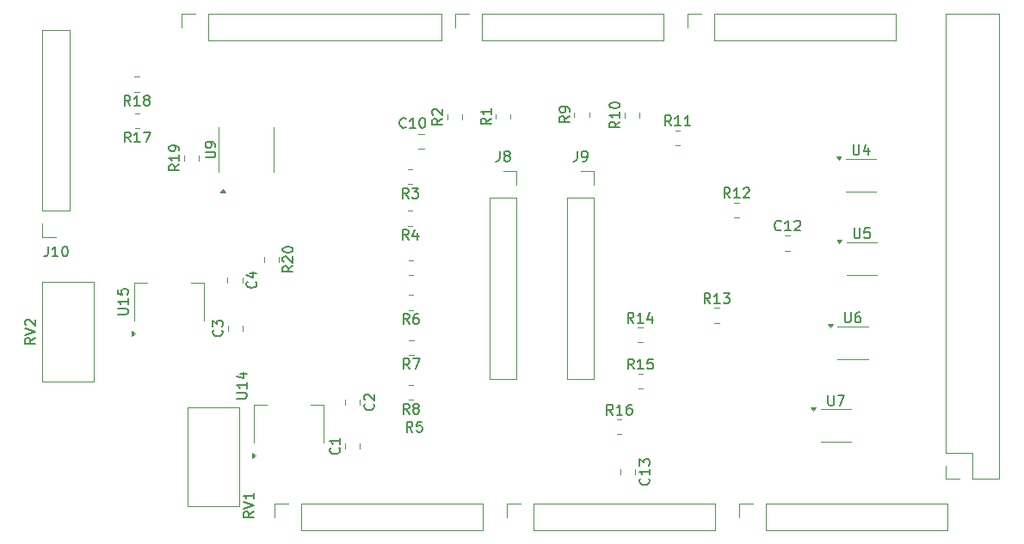
<source format=gbr>
%TF.GenerationSoftware,KiCad,Pcbnew,8.0.8*%
%TF.CreationDate,2025-07-24T20:19:30+03:00*%
%TF.ProjectId,memristor_shield,6d656d72-6973-4746-9f72-5f736869656c,rev?*%
%TF.SameCoordinates,Original*%
%TF.FileFunction,Legend,Top*%
%TF.FilePolarity,Positive*%
%FSLAX46Y46*%
G04 Gerber Fmt 4.6, Leading zero omitted, Abs format (unit mm)*
G04 Created by KiCad (PCBNEW 8.0.8) date 2025-07-24 20:19:30*
%MOMM*%
%LPD*%
G01*
G04 APERTURE LIST*
%ADD10C,0.150000*%
%ADD11C,0.120000*%
G04 APERTURE END LIST*
D10*
X163379580Y-93672857D02*
X163427200Y-93720476D01*
X163427200Y-93720476D02*
X163474819Y-93863333D01*
X163474819Y-93863333D02*
X163474819Y-93958571D01*
X163474819Y-93958571D02*
X163427200Y-94101428D01*
X163427200Y-94101428D02*
X163331961Y-94196666D01*
X163331961Y-94196666D02*
X163236723Y-94244285D01*
X163236723Y-94244285D02*
X163046247Y-94291904D01*
X163046247Y-94291904D02*
X162903390Y-94291904D01*
X162903390Y-94291904D02*
X162712914Y-94244285D01*
X162712914Y-94244285D02*
X162617676Y-94196666D01*
X162617676Y-94196666D02*
X162522438Y-94101428D01*
X162522438Y-94101428D02*
X162474819Y-93958571D01*
X162474819Y-93958571D02*
X162474819Y-93863333D01*
X162474819Y-93863333D02*
X162522438Y-93720476D01*
X162522438Y-93720476D02*
X162570057Y-93672857D01*
X163474819Y-92720476D02*
X163474819Y-93291904D01*
X163474819Y-93006190D02*
X162474819Y-93006190D01*
X162474819Y-93006190D02*
X162617676Y-93101428D01*
X162617676Y-93101428D02*
X162712914Y-93196666D01*
X162712914Y-93196666D02*
X162760533Y-93291904D01*
X162474819Y-92387142D02*
X162474819Y-91768095D01*
X162474819Y-91768095D02*
X162855771Y-92101428D01*
X162855771Y-92101428D02*
X162855771Y-91958571D01*
X162855771Y-91958571D02*
X162903390Y-91863333D01*
X162903390Y-91863333D02*
X162951009Y-91815714D01*
X162951009Y-91815714D02*
X163046247Y-91768095D01*
X163046247Y-91768095D02*
X163284342Y-91768095D01*
X163284342Y-91768095D02*
X163379580Y-91815714D01*
X163379580Y-91815714D02*
X163427200Y-91863333D01*
X163427200Y-91863333D02*
X163474819Y-91958571D01*
X163474819Y-91958571D02*
X163474819Y-92244285D01*
X163474819Y-92244285D02*
X163427200Y-92339523D01*
X163427200Y-92339523D02*
X163379580Y-92387142D01*
X148726666Y-61424819D02*
X148726666Y-62139104D01*
X148726666Y-62139104D02*
X148679047Y-62281961D01*
X148679047Y-62281961D02*
X148583809Y-62377200D01*
X148583809Y-62377200D02*
X148440952Y-62424819D01*
X148440952Y-62424819D02*
X148345714Y-62424819D01*
X149345714Y-61853390D02*
X149250476Y-61805771D01*
X149250476Y-61805771D02*
X149202857Y-61758152D01*
X149202857Y-61758152D02*
X149155238Y-61662914D01*
X149155238Y-61662914D02*
X149155238Y-61615295D01*
X149155238Y-61615295D02*
X149202857Y-61520057D01*
X149202857Y-61520057D02*
X149250476Y-61472438D01*
X149250476Y-61472438D02*
X149345714Y-61424819D01*
X149345714Y-61424819D02*
X149536190Y-61424819D01*
X149536190Y-61424819D02*
X149631428Y-61472438D01*
X149631428Y-61472438D02*
X149679047Y-61520057D01*
X149679047Y-61520057D02*
X149726666Y-61615295D01*
X149726666Y-61615295D02*
X149726666Y-61662914D01*
X149726666Y-61662914D02*
X149679047Y-61758152D01*
X149679047Y-61758152D02*
X149631428Y-61805771D01*
X149631428Y-61805771D02*
X149536190Y-61853390D01*
X149536190Y-61853390D02*
X149345714Y-61853390D01*
X149345714Y-61853390D02*
X149250476Y-61901009D01*
X149250476Y-61901009D02*
X149202857Y-61948628D01*
X149202857Y-61948628D02*
X149155238Y-62043866D01*
X149155238Y-62043866D02*
X149155238Y-62234342D01*
X149155238Y-62234342D02*
X149202857Y-62329580D01*
X149202857Y-62329580D02*
X149250476Y-62377200D01*
X149250476Y-62377200D02*
X149345714Y-62424819D01*
X149345714Y-62424819D02*
X149536190Y-62424819D01*
X149536190Y-62424819D02*
X149631428Y-62377200D01*
X149631428Y-62377200D02*
X149679047Y-62329580D01*
X149679047Y-62329580D02*
X149726666Y-62234342D01*
X149726666Y-62234342D02*
X149726666Y-62043866D01*
X149726666Y-62043866D02*
X149679047Y-61948628D01*
X149679047Y-61948628D02*
X149631428Y-61901009D01*
X149631428Y-61901009D02*
X149536190Y-61853390D01*
X140153333Y-89084819D02*
X139820000Y-88608628D01*
X139581905Y-89084819D02*
X139581905Y-88084819D01*
X139581905Y-88084819D02*
X139962857Y-88084819D01*
X139962857Y-88084819D02*
X140058095Y-88132438D01*
X140058095Y-88132438D02*
X140105714Y-88180057D01*
X140105714Y-88180057D02*
X140153333Y-88275295D01*
X140153333Y-88275295D02*
X140153333Y-88418152D01*
X140153333Y-88418152D02*
X140105714Y-88513390D01*
X140105714Y-88513390D02*
X140058095Y-88561009D01*
X140058095Y-88561009D02*
X139962857Y-88608628D01*
X139962857Y-88608628D02*
X139581905Y-88608628D01*
X141058095Y-88084819D02*
X140581905Y-88084819D01*
X140581905Y-88084819D02*
X140534286Y-88561009D01*
X140534286Y-88561009D02*
X140581905Y-88513390D01*
X140581905Y-88513390D02*
X140677143Y-88465771D01*
X140677143Y-88465771D02*
X140915238Y-88465771D01*
X140915238Y-88465771D02*
X141010476Y-88513390D01*
X141010476Y-88513390D02*
X141058095Y-88561009D01*
X141058095Y-88561009D02*
X141105714Y-88656247D01*
X141105714Y-88656247D02*
X141105714Y-88894342D01*
X141105714Y-88894342D02*
X141058095Y-88989580D01*
X141058095Y-88989580D02*
X141010476Y-89037200D01*
X141010476Y-89037200D02*
X140915238Y-89084819D01*
X140915238Y-89084819D02*
X140677143Y-89084819D01*
X140677143Y-89084819D02*
X140581905Y-89037200D01*
X140581905Y-89037200D02*
X140534286Y-88989580D01*
X117194819Y-62742857D02*
X116718628Y-63076190D01*
X117194819Y-63314285D02*
X116194819Y-63314285D01*
X116194819Y-63314285D02*
X116194819Y-62933333D01*
X116194819Y-62933333D02*
X116242438Y-62838095D01*
X116242438Y-62838095D02*
X116290057Y-62790476D01*
X116290057Y-62790476D02*
X116385295Y-62742857D01*
X116385295Y-62742857D02*
X116528152Y-62742857D01*
X116528152Y-62742857D02*
X116623390Y-62790476D01*
X116623390Y-62790476D02*
X116671009Y-62838095D01*
X116671009Y-62838095D02*
X116718628Y-62933333D01*
X116718628Y-62933333D02*
X116718628Y-63314285D01*
X117194819Y-61790476D02*
X117194819Y-62361904D01*
X117194819Y-62076190D02*
X116194819Y-62076190D01*
X116194819Y-62076190D02*
X116337676Y-62171428D01*
X116337676Y-62171428D02*
X116432914Y-62266666D01*
X116432914Y-62266666D02*
X116480533Y-62361904D01*
X117194819Y-61314285D02*
X117194819Y-61123809D01*
X117194819Y-61123809D02*
X117147200Y-61028571D01*
X117147200Y-61028571D02*
X117099580Y-60980952D01*
X117099580Y-60980952D02*
X116956723Y-60885714D01*
X116956723Y-60885714D02*
X116766247Y-60838095D01*
X116766247Y-60838095D02*
X116385295Y-60838095D01*
X116385295Y-60838095D02*
X116290057Y-60885714D01*
X116290057Y-60885714D02*
X116242438Y-60933333D01*
X116242438Y-60933333D02*
X116194819Y-61028571D01*
X116194819Y-61028571D02*
X116194819Y-61219047D01*
X116194819Y-61219047D02*
X116242438Y-61314285D01*
X116242438Y-61314285D02*
X116290057Y-61361904D01*
X116290057Y-61361904D02*
X116385295Y-61409523D01*
X116385295Y-61409523D02*
X116623390Y-61409523D01*
X116623390Y-61409523D02*
X116718628Y-61361904D01*
X116718628Y-61361904D02*
X116766247Y-61314285D01*
X116766247Y-61314285D02*
X116813866Y-61219047D01*
X116813866Y-61219047D02*
X116813866Y-61028571D01*
X116813866Y-61028571D02*
X116766247Y-60933333D01*
X116766247Y-60933333D02*
X116718628Y-60885714D01*
X116718628Y-60885714D02*
X116623390Y-60838095D01*
X112397142Y-60544819D02*
X112063809Y-60068628D01*
X111825714Y-60544819D02*
X111825714Y-59544819D01*
X111825714Y-59544819D02*
X112206666Y-59544819D01*
X112206666Y-59544819D02*
X112301904Y-59592438D01*
X112301904Y-59592438D02*
X112349523Y-59640057D01*
X112349523Y-59640057D02*
X112397142Y-59735295D01*
X112397142Y-59735295D02*
X112397142Y-59878152D01*
X112397142Y-59878152D02*
X112349523Y-59973390D01*
X112349523Y-59973390D02*
X112301904Y-60021009D01*
X112301904Y-60021009D02*
X112206666Y-60068628D01*
X112206666Y-60068628D02*
X111825714Y-60068628D01*
X113349523Y-60544819D02*
X112778095Y-60544819D01*
X113063809Y-60544819D02*
X113063809Y-59544819D01*
X113063809Y-59544819D02*
X112968571Y-59687676D01*
X112968571Y-59687676D02*
X112873333Y-59782914D01*
X112873333Y-59782914D02*
X112778095Y-59830533D01*
X113682857Y-59544819D02*
X114349523Y-59544819D01*
X114349523Y-59544819D02*
X113920952Y-60544819D01*
X139823333Y-78454819D02*
X139490000Y-77978628D01*
X139251905Y-78454819D02*
X139251905Y-77454819D01*
X139251905Y-77454819D02*
X139632857Y-77454819D01*
X139632857Y-77454819D02*
X139728095Y-77502438D01*
X139728095Y-77502438D02*
X139775714Y-77550057D01*
X139775714Y-77550057D02*
X139823333Y-77645295D01*
X139823333Y-77645295D02*
X139823333Y-77788152D01*
X139823333Y-77788152D02*
X139775714Y-77883390D01*
X139775714Y-77883390D02*
X139728095Y-77931009D01*
X139728095Y-77931009D02*
X139632857Y-77978628D01*
X139632857Y-77978628D02*
X139251905Y-77978628D01*
X140680476Y-77454819D02*
X140490000Y-77454819D01*
X140490000Y-77454819D02*
X140394762Y-77502438D01*
X140394762Y-77502438D02*
X140347143Y-77550057D01*
X140347143Y-77550057D02*
X140251905Y-77692914D01*
X140251905Y-77692914D02*
X140204286Y-77883390D01*
X140204286Y-77883390D02*
X140204286Y-78264342D01*
X140204286Y-78264342D02*
X140251905Y-78359580D01*
X140251905Y-78359580D02*
X140299524Y-78407200D01*
X140299524Y-78407200D02*
X140394762Y-78454819D01*
X140394762Y-78454819D02*
X140585238Y-78454819D01*
X140585238Y-78454819D02*
X140680476Y-78407200D01*
X140680476Y-78407200D02*
X140728095Y-78359580D01*
X140728095Y-78359580D02*
X140775714Y-78264342D01*
X140775714Y-78264342D02*
X140775714Y-78026247D01*
X140775714Y-78026247D02*
X140728095Y-77931009D01*
X140728095Y-77931009D02*
X140680476Y-77883390D01*
X140680476Y-77883390D02*
X140585238Y-77835771D01*
X140585238Y-77835771D02*
X140394762Y-77835771D01*
X140394762Y-77835771D02*
X140299524Y-77883390D01*
X140299524Y-77883390D02*
X140251905Y-77931009D01*
X140251905Y-77931009D02*
X140204286Y-78026247D01*
X161927142Y-82884819D02*
X161593809Y-82408628D01*
X161355714Y-82884819D02*
X161355714Y-81884819D01*
X161355714Y-81884819D02*
X161736666Y-81884819D01*
X161736666Y-81884819D02*
X161831904Y-81932438D01*
X161831904Y-81932438D02*
X161879523Y-81980057D01*
X161879523Y-81980057D02*
X161927142Y-82075295D01*
X161927142Y-82075295D02*
X161927142Y-82218152D01*
X161927142Y-82218152D02*
X161879523Y-82313390D01*
X161879523Y-82313390D02*
X161831904Y-82361009D01*
X161831904Y-82361009D02*
X161736666Y-82408628D01*
X161736666Y-82408628D02*
X161355714Y-82408628D01*
X162879523Y-82884819D02*
X162308095Y-82884819D01*
X162593809Y-82884819D02*
X162593809Y-81884819D01*
X162593809Y-81884819D02*
X162498571Y-82027676D01*
X162498571Y-82027676D02*
X162403333Y-82122914D01*
X162403333Y-82122914D02*
X162308095Y-82170533D01*
X163784285Y-81884819D02*
X163308095Y-81884819D01*
X163308095Y-81884819D02*
X163260476Y-82361009D01*
X163260476Y-82361009D02*
X163308095Y-82313390D01*
X163308095Y-82313390D02*
X163403333Y-82265771D01*
X163403333Y-82265771D02*
X163641428Y-82265771D01*
X163641428Y-82265771D02*
X163736666Y-82313390D01*
X163736666Y-82313390D02*
X163784285Y-82361009D01*
X163784285Y-82361009D02*
X163831904Y-82456247D01*
X163831904Y-82456247D02*
X163831904Y-82694342D01*
X163831904Y-82694342D02*
X163784285Y-82789580D01*
X163784285Y-82789580D02*
X163736666Y-82837200D01*
X163736666Y-82837200D02*
X163641428Y-82884819D01*
X163641428Y-82884819D02*
X163403333Y-82884819D01*
X163403333Y-82884819D02*
X163308095Y-82837200D01*
X163308095Y-82837200D02*
X163260476Y-82789580D01*
X183598095Y-69004819D02*
X183598095Y-69814342D01*
X183598095Y-69814342D02*
X183645714Y-69909580D01*
X183645714Y-69909580D02*
X183693333Y-69957200D01*
X183693333Y-69957200D02*
X183788571Y-70004819D01*
X183788571Y-70004819D02*
X183979047Y-70004819D01*
X183979047Y-70004819D02*
X184074285Y-69957200D01*
X184074285Y-69957200D02*
X184121904Y-69909580D01*
X184121904Y-69909580D02*
X184169523Y-69814342D01*
X184169523Y-69814342D02*
X184169523Y-69004819D01*
X185121904Y-69004819D02*
X184645714Y-69004819D01*
X184645714Y-69004819D02*
X184598095Y-69481009D01*
X184598095Y-69481009D02*
X184645714Y-69433390D01*
X184645714Y-69433390D02*
X184740952Y-69385771D01*
X184740952Y-69385771D02*
X184979047Y-69385771D01*
X184979047Y-69385771D02*
X185074285Y-69433390D01*
X185074285Y-69433390D02*
X185121904Y-69481009D01*
X185121904Y-69481009D02*
X185169523Y-69576247D01*
X185169523Y-69576247D02*
X185169523Y-69814342D01*
X185169523Y-69814342D02*
X185121904Y-69909580D01*
X185121904Y-69909580D02*
X185074285Y-69957200D01*
X185074285Y-69957200D02*
X184979047Y-70004819D01*
X184979047Y-70004819D02*
X184740952Y-70004819D01*
X184740952Y-70004819D02*
X184645714Y-69957200D01*
X184645714Y-69957200D02*
X184598095Y-69909580D01*
X136279580Y-86306666D02*
X136327200Y-86354285D01*
X136327200Y-86354285D02*
X136374819Y-86497142D01*
X136374819Y-86497142D02*
X136374819Y-86592380D01*
X136374819Y-86592380D02*
X136327200Y-86735237D01*
X136327200Y-86735237D02*
X136231961Y-86830475D01*
X136231961Y-86830475D02*
X136136723Y-86878094D01*
X136136723Y-86878094D02*
X135946247Y-86925713D01*
X135946247Y-86925713D02*
X135803390Y-86925713D01*
X135803390Y-86925713D02*
X135612914Y-86878094D01*
X135612914Y-86878094D02*
X135517676Y-86830475D01*
X135517676Y-86830475D02*
X135422438Y-86735237D01*
X135422438Y-86735237D02*
X135374819Y-86592380D01*
X135374819Y-86592380D02*
X135374819Y-86497142D01*
X135374819Y-86497142D02*
X135422438Y-86354285D01*
X135422438Y-86354285D02*
X135470057Y-86306666D01*
X135470057Y-85925713D02*
X135422438Y-85878094D01*
X135422438Y-85878094D02*
X135374819Y-85782856D01*
X135374819Y-85782856D02*
X135374819Y-85544761D01*
X135374819Y-85544761D02*
X135422438Y-85449523D01*
X135422438Y-85449523D02*
X135470057Y-85401904D01*
X135470057Y-85401904D02*
X135565295Y-85354285D01*
X135565295Y-85354285D02*
X135660533Y-85354285D01*
X135660533Y-85354285D02*
X135803390Y-85401904D01*
X135803390Y-85401904D02*
X136374819Y-85973332D01*
X136374819Y-85973332D02*
X136374819Y-85354285D01*
X143084819Y-58226666D02*
X142608628Y-58559999D01*
X143084819Y-58798094D02*
X142084819Y-58798094D01*
X142084819Y-58798094D02*
X142084819Y-58417142D01*
X142084819Y-58417142D02*
X142132438Y-58321904D01*
X142132438Y-58321904D02*
X142180057Y-58274285D01*
X142180057Y-58274285D02*
X142275295Y-58226666D01*
X142275295Y-58226666D02*
X142418152Y-58226666D01*
X142418152Y-58226666D02*
X142513390Y-58274285D01*
X142513390Y-58274285D02*
X142561009Y-58321904D01*
X142561009Y-58321904D02*
X142608628Y-58417142D01*
X142608628Y-58417142D02*
X142608628Y-58798094D01*
X142180057Y-57845713D02*
X142132438Y-57798094D01*
X142132438Y-57798094D02*
X142084819Y-57702856D01*
X142084819Y-57702856D02*
X142084819Y-57464761D01*
X142084819Y-57464761D02*
X142132438Y-57369523D01*
X142132438Y-57369523D02*
X142180057Y-57321904D01*
X142180057Y-57321904D02*
X142275295Y-57274285D01*
X142275295Y-57274285D02*
X142370533Y-57274285D01*
X142370533Y-57274285D02*
X142513390Y-57321904D01*
X142513390Y-57321904D02*
X143084819Y-57893332D01*
X143084819Y-57893332D02*
X143084819Y-57274285D01*
X103034819Y-79805238D02*
X102558628Y-80138571D01*
X103034819Y-80376666D02*
X102034819Y-80376666D01*
X102034819Y-80376666D02*
X102034819Y-79995714D01*
X102034819Y-79995714D02*
X102082438Y-79900476D01*
X102082438Y-79900476D02*
X102130057Y-79852857D01*
X102130057Y-79852857D02*
X102225295Y-79805238D01*
X102225295Y-79805238D02*
X102368152Y-79805238D01*
X102368152Y-79805238D02*
X102463390Y-79852857D01*
X102463390Y-79852857D02*
X102511009Y-79900476D01*
X102511009Y-79900476D02*
X102558628Y-79995714D01*
X102558628Y-79995714D02*
X102558628Y-80376666D01*
X102034819Y-79519523D02*
X103034819Y-79186190D01*
X103034819Y-79186190D02*
X102034819Y-78852857D01*
X102130057Y-78567142D02*
X102082438Y-78519523D01*
X102082438Y-78519523D02*
X102034819Y-78424285D01*
X102034819Y-78424285D02*
X102034819Y-78186190D01*
X102034819Y-78186190D02*
X102082438Y-78090952D01*
X102082438Y-78090952D02*
X102130057Y-78043333D01*
X102130057Y-78043333D02*
X102225295Y-77995714D01*
X102225295Y-77995714D02*
X102320533Y-77995714D01*
X102320533Y-77995714D02*
X102463390Y-78043333D01*
X102463390Y-78043333D02*
X103034819Y-78614761D01*
X103034819Y-78614761D02*
X103034819Y-77995714D01*
X165587142Y-58904819D02*
X165253809Y-58428628D01*
X165015714Y-58904819D02*
X165015714Y-57904819D01*
X165015714Y-57904819D02*
X165396666Y-57904819D01*
X165396666Y-57904819D02*
X165491904Y-57952438D01*
X165491904Y-57952438D02*
X165539523Y-58000057D01*
X165539523Y-58000057D02*
X165587142Y-58095295D01*
X165587142Y-58095295D02*
X165587142Y-58238152D01*
X165587142Y-58238152D02*
X165539523Y-58333390D01*
X165539523Y-58333390D02*
X165491904Y-58381009D01*
X165491904Y-58381009D02*
X165396666Y-58428628D01*
X165396666Y-58428628D02*
X165015714Y-58428628D01*
X166539523Y-58904819D02*
X165968095Y-58904819D01*
X166253809Y-58904819D02*
X166253809Y-57904819D01*
X166253809Y-57904819D02*
X166158571Y-58047676D01*
X166158571Y-58047676D02*
X166063333Y-58142914D01*
X166063333Y-58142914D02*
X165968095Y-58190533D01*
X167491904Y-58904819D02*
X166920476Y-58904819D01*
X167206190Y-58904819D02*
X167206190Y-57904819D01*
X167206190Y-57904819D02*
X167110952Y-58047676D01*
X167110952Y-58047676D02*
X167015714Y-58142914D01*
X167015714Y-58142914D02*
X166920476Y-58190533D01*
X139497142Y-59049580D02*
X139449523Y-59097200D01*
X139449523Y-59097200D02*
X139306666Y-59144819D01*
X139306666Y-59144819D02*
X139211428Y-59144819D01*
X139211428Y-59144819D02*
X139068571Y-59097200D01*
X139068571Y-59097200D02*
X138973333Y-59001961D01*
X138973333Y-59001961D02*
X138925714Y-58906723D01*
X138925714Y-58906723D02*
X138878095Y-58716247D01*
X138878095Y-58716247D02*
X138878095Y-58573390D01*
X138878095Y-58573390D02*
X138925714Y-58382914D01*
X138925714Y-58382914D02*
X138973333Y-58287676D01*
X138973333Y-58287676D02*
X139068571Y-58192438D01*
X139068571Y-58192438D02*
X139211428Y-58144819D01*
X139211428Y-58144819D02*
X139306666Y-58144819D01*
X139306666Y-58144819D02*
X139449523Y-58192438D01*
X139449523Y-58192438D02*
X139497142Y-58240057D01*
X140449523Y-59144819D02*
X139878095Y-59144819D01*
X140163809Y-59144819D02*
X140163809Y-58144819D01*
X140163809Y-58144819D02*
X140068571Y-58287676D01*
X140068571Y-58287676D02*
X139973333Y-58382914D01*
X139973333Y-58382914D02*
X139878095Y-58430533D01*
X141068571Y-58144819D02*
X141163809Y-58144819D01*
X141163809Y-58144819D02*
X141259047Y-58192438D01*
X141259047Y-58192438D02*
X141306666Y-58240057D01*
X141306666Y-58240057D02*
X141354285Y-58335295D01*
X141354285Y-58335295D02*
X141401904Y-58525771D01*
X141401904Y-58525771D02*
X141401904Y-58763866D01*
X141401904Y-58763866D02*
X141354285Y-58954342D01*
X141354285Y-58954342D02*
X141306666Y-59049580D01*
X141306666Y-59049580D02*
X141259047Y-59097200D01*
X141259047Y-59097200D02*
X141163809Y-59144819D01*
X141163809Y-59144819D02*
X141068571Y-59144819D01*
X141068571Y-59144819D02*
X140973333Y-59097200D01*
X140973333Y-59097200D02*
X140925714Y-59049580D01*
X140925714Y-59049580D02*
X140878095Y-58954342D01*
X140878095Y-58954342D02*
X140830476Y-58763866D01*
X140830476Y-58763866D02*
X140830476Y-58525771D01*
X140830476Y-58525771D02*
X140878095Y-58335295D01*
X140878095Y-58335295D02*
X140925714Y-58240057D01*
X140925714Y-58240057D02*
X140973333Y-58192438D01*
X140973333Y-58192438D02*
X141068571Y-58144819D01*
X111144819Y-77518094D02*
X111954342Y-77518094D01*
X111954342Y-77518094D02*
X112049580Y-77470475D01*
X112049580Y-77470475D02*
X112097200Y-77422856D01*
X112097200Y-77422856D02*
X112144819Y-77327618D01*
X112144819Y-77327618D02*
X112144819Y-77137142D01*
X112144819Y-77137142D02*
X112097200Y-77041904D01*
X112097200Y-77041904D02*
X112049580Y-76994285D01*
X112049580Y-76994285D02*
X111954342Y-76946666D01*
X111954342Y-76946666D02*
X111144819Y-76946666D01*
X112144819Y-75946666D02*
X112144819Y-76518094D01*
X112144819Y-76232380D02*
X111144819Y-76232380D01*
X111144819Y-76232380D02*
X111287676Y-76327618D01*
X111287676Y-76327618D02*
X111382914Y-76422856D01*
X111382914Y-76422856D02*
X111430533Y-76518094D01*
X111144819Y-75041904D02*
X111144819Y-75518094D01*
X111144819Y-75518094D02*
X111621009Y-75565713D01*
X111621009Y-75565713D02*
X111573390Y-75518094D01*
X111573390Y-75518094D02*
X111525771Y-75422856D01*
X111525771Y-75422856D02*
X111525771Y-75184761D01*
X111525771Y-75184761D02*
X111573390Y-75089523D01*
X111573390Y-75089523D02*
X111621009Y-75041904D01*
X111621009Y-75041904D02*
X111716247Y-74994285D01*
X111716247Y-74994285D02*
X111954342Y-74994285D01*
X111954342Y-74994285D02*
X112049580Y-75041904D01*
X112049580Y-75041904D02*
X112097200Y-75089523D01*
X112097200Y-75089523D02*
X112144819Y-75184761D01*
X112144819Y-75184761D02*
X112144819Y-75422856D01*
X112144819Y-75422856D02*
X112097200Y-75518094D01*
X112097200Y-75518094D02*
X112049580Y-75565713D01*
X155604819Y-57976666D02*
X155128628Y-58309999D01*
X155604819Y-58548094D02*
X154604819Y-58548094D01*
X154604819Y-58548094D02*
X154604819Y-58167142D01*
X154604819Y-58167142D02*
X154652438Y-58071904D01*
X154652438Y-58071904D02*
X154700057Y-58024285D01*
X154700057Y-58024285D02*
X154795295Y-57976666D01*
X154795295Y-57976666D02*
X154938152Y-57976666D01*
X154938152Y-57976666D02*
X155033390Y-58024285D01*
X155033390Y-58024285D02*
X155081009Y-58071904D01*
X155081009Y-58071904D02*
X155128628Y-58167142D01*
X155128628Y-58167142D02*
X155128628Y-58548094D01*
X155604819Y-57500475D02*
X155604819Y-57309999D01*
X155604819Y-57309999D02*
X155557200Y-57214761D01*
X155557200Y-57214761D02*
X155509580Y-57167142D01*
X155509580Y-57167142D02*
X155366723Y-57071904D01*
X155366723Y-57071904D02*
X155176247Y-57024285D01*
X155176247Y-57024285D02*
X154795295Y-57024285D01*
X154795295Y-57024285D02*
X154700057Y-57071904D01*
X154700057Y-57071904D02*
X154652438Y-57119523D01*
X154652438Y-57119523D02*
X154604819Y-57214761D01*
X154604819Y-57214761D02*
X154604819Y-57405237D01*
X154604819Y-57405237D02*
X154652438Y-57500475D01*
X154652438Y-57500475D02*
X154700057Y-57548094D01*
X154700057Y-57548094D02*
X154795295Y-57595713D01*
X154795295Y-57595713D02*
X155033390Y-57595713D01*
X155033390Y-57595713D02*
X155128628Y-57548094D01*
X155128628Y-57548094D02*
X155176247Y-57500475D01*
X155176247Y-57500475D02*
X155223866Y-57405237D01*
X155223866Y-57405237D02*
X155223866Y-57214761D01*
X155223866Y-57214761D02*
X155176247Y-57119523D01*
X155176247Y-57119523D02*
X155128628Y-57071904D01*
X155128628Y-57071904D02*
X155033390Y-57024285D01*
X121389580Y-79046666D02*
X121437200Y-79094285D01*
X121437200Y-79094285D02*
X121484819Y-79237142D01*
X121484819Y-79237142D02*
X121484819Y-79332380D01*
X121484819Y-79332380D02*
X121437200Y-79475237D01*
X121437200Y-79475237D02*
X121341961Y-79570475D01*
X121341961Y-79570475D02*
X121246723Y-79618094D01*
X121246723Y-79618094D02*
X121056247Y-79665713D01*
X121056247Y-79665713D02*
X120913390Y-79665713D01*
X120913390Y-79665713D02*
X120722914Y-79618094D01*
X120722914Y-79618094D02*
X120627676Y-79570475D01*
X120627676Y-79570475D02*
X120532438Y-79475237D01*
X120532438Y-79475237D02*
X120484819Y-79332380D01*
X120484819Y-79332380D02*
X120484819Y-79237142D01*
X120484819Y-79237142D02*
X120532438Y-79094285D01*
X120532438Y-79094285D02*
X120580057Y-79046666D01*
X120484819Y-78713332D02*
X120484819Y-78094285D01*
X120484819Y-78094285D02*
X120865771Y-78427618D01*
X120865771Y-78427618D02*
X120865771Y-78284761D01*
X120865771Y-78284761D02*
X120913390Y-78189523D01*
X120913390Y-78189523D02*
X120961009Y-78141904D01*
X120961009Y-78141904D02*
X121056247Y-78094285D01*
X121056247Y-78094285D02*
X121294342Y-78094285D01*
X121294342Y-78094285D02*
X121389580Y-78141904D01*
X121389580Y-78141904D02*
X121437200Y-78189523D01*
X121437200Y-78189523D02*
X121484819Y-78284761D01*
X121484819Y-78284761D02*
X121484819Y-78570475D01*
X121484819Y-78570475D02*
X121437200Y-78665713D01*
X121437200Y-78665713D02*
X121389580Y-78713332D01*
X160534819Y-58522857D02*
X160058628Y-58856190D01*
X160534819Y-59094285D02*
X159534819Y-59094285D01*
X159534819Y-59094285D02*
X159534819Y-58713333D01*
X159534819Y-58713333D02*
X159582438Y-58618095D01*
X159582438Y-58618095D02*
X159630057Y-58570476D01*
X159630057Y-58570476D02*
X159725295Y-58522857D01*
X159725295Y-58522857D02*
X159868152Y-58522857D01*
X159868152Y-58522857D02*
X159963390Y-58570476D01*
X159963390Y-58570476D02*
X160011009Y-58618095D01*
X160011009Y-58618095D02*
X160058628Y-58713333D01*
X160058628Y-58713333D02*
X160058628Y-59094285D01*
X160534819Y-57570476D02*
X160534819Y-58141904D01*
X160534819Y-57856190D02*
X159534819Y-57856190D01*
X159534819Y-57856190D02*
X159677676Y-57951428D01*
X159677676Y-57951428D02*
X159772914Y-58046666D01*
X159772914Y-58046666D02*
X159820533Y-58141904D01*
X159534819Y-56951428D02*
X159534819Y-56856190D01*
X159534819Y-56856190D02*
X159582438Y-56760952D01*
X159582438Y-56760952D02*
X159630057Y-56713333D01*
X159630057Y-56713333D02*
X159725295Y-56665714D01*
X159725295Y-56665714D02*
X159915771Y-56618095D01*
X159915771Y-56618095D02*
X160153866Y-56618095D01*
X160153866Y-56618095D02*
X160344342Y-56665714D01*
X160344342Y-56665714D02*
X160439580Y-56713333D01*
X160439580Y-56713333D02*
X160487200Y-56760952D01*
X160487200Y-56760952D02*
X160534819Y-56856190D01*
X160534819Y-56856190D02*
X160534819Y-56951428D01*
X160534819Y-56951428D02*
X160487200Y-57046666D01*
X160487200Y-57046666D02*
X160439580Y-57094285D01*
X160439580Y-57094285D02*
X160344342Y-57141904D01*
X160344342Y-57141904D02*
X160153866Y-57189523D01*
X160153866Y-57189523D02*
X159915771Y-57189523D01*
X159915771Y-57189523D02*
X159725295Y-57141904D01*
X159725295Y-57141904D02*
X159630057Y-57094285D01*
X159630057Y-57094285D02*
X159582438Y-57046666D01*
X159582438Y-57046666D02*
X159534819Y-56951428D01*
X139763333Y-66054819D02*
X139430000Y-65578628D01*
X139191905Y-66054819D02*
X139191905Y-65054819D01*
X139191905Y-65054819D02*
X139572857Y-65054819D01*
X139572857Y-65054819D02*
X139668095Y-65102438D01*
X139668095Y-65102438D02*
X139715714Y-65150057D01*
X139715714Y-65150057D02*
X139763333Y-65245295D01*
X139763333Y-65245295D02*
X139763333Y-65388152D01*
X139763333Y-65388152D02*
X139715714Y-65483390D01*
X139715714Y-65483390D02*
X139668095Y-65531009D01*
X139668095Y-65531009D02*
X139572857Y-65578628D01*
X139572857Y-65578628D02*
X139191905Y-65578628D01*
X140096667Y-65054819D02*
X140715714Y-65054819D01*
X140715714Y-65054819D02*
X140382381Y-65435771D01*
X140382381Y-65435771D02*
X140525238Y-65435771D01*
X140525238Y-65435771D02*
X140620476Y-65483390D01*
X140620476Y-65483390D02*
X140668095Y-65531009D01*
X140668095Y-65531009D02*
X140715714Y-65626247D01*
X140715714Y-65626247D02*
X140715714Y-65864342D01*
X140715714Y-65864342D02*
X140668095Y-65959580D01*
X140668095Y-65959580D02*
X140620476Y-66007200D01*
X140620476Y-66007200D02*
X140525238Y-66054819D01*
X140525238Y-66054819D02*
X140239524Y-66054819D01*
X140239524Y-66054819D02*
X140144286Y-66007200D01*
X140144286Y-66007200D02*
X140096667Y-65959580D01*
X169437142Y-76424819D02*
X169103809Y-75948628D01*
X168865714Y-76424819D02*
X168865714Y-75424819D01*
X168865714Y-75424819D02*
X169246666Y-75424819D01*
X169246666Y-75424819D02*
X169341904Y-75472438D01*
X169341904Y-75472438D02*
X169389523Y-75520057D01*
X169389523Y-75520057D02*
X169437142Y-75615295D01*
X169437142Y-75615295D02*
X169437142Y-75758152D01*
X169437142Y-75758152D02*
X169389523Y-75853390D01*
X169389523Y-75853390D02*
X169341904Y-75901009D01*
X169341904Y-75901009D02*
X169246666Y-75948628D01*
X169246666Y-75948628D02*
X168865714Y-75948628D01*
X170389523Y-76424819D02*
X169818095Y-76424819D01*
X170103809Y-76424819D02*
X170103809Y-75424819D01*
X170103809Y-75424819D02*
X170008571Y-75567676D01*
X170008571Y-75567676D02*
X169913333Y-75662914D01*
X169913333Y-75662914D02*
X169818095Y-75710533D01*
X170722857Y-75424819D02*
X171341904Y-75424819D01*
X171341904Y-75424819D02*
X171008571Y-75805771D01*
X171008571Y-75805771D02*
X171151428Y-75805771D01*
X171151428Y-75805771D02*
X171246666Y-75853390D01*
X171246666Y-75853390D02*
X171294285Y-75901009D01*
X171294285Y-75901009D02*
X171341904Y-75996247D01*
X171341904Y-75996247D02*
X171341904Y-76234342D01*
X171341904Y-76234342D02*
X171294285Y-76329580D01*
X171294285Y-76329580D02*
X171246666Y-76377200D01*
X171246666Y-76377200D02*
X171151428Y-76424819D01*
X171151428Y-76424819D02*
X170865714Y-76424819D01*
X170865714Y-76424819D02*
X170770476Y-76377200D01*
X170770476Y-76377200D02*
X170722857Y-76329580D01*
X139753333Y-70144819D02*
X139420000Y-69668628D01*
X139181905Y-70144819D02*
X139181905Y-69144819D01*
X139181905Y-69144819D02*
X139562857Y-69144819D01*
X139562857Y-69144819D02*
X139658095Y-69192438D01*
X139658095Y-69192438D02*
X139705714Y-69240057D01*
X139705714Y-69240057D02*
X139753333Y-69335295D01*
X139753333Y-69335295D02*
X139753333Y-69478152D01*
X139753333Y-69478152D02*
X139705714Y-69573390D01*
X139705714Y-69573390D02*
X139658095Y-69621009D01*
X139658095Y-69621009D02*
X139562857Y-69668628D01*
X139562857Y-69668628D02*
X139181905Y-69668628D01*
X140610476Y-69478152D02*
X140610476Y-70144819D01*
X140372381Y-69097200D02*
X140134286Y-69811485D01*
X140134286Y-69811485D02*
X140753333Y-69811485D01*
X124719580Y-74279166D02*
X124767200Y-74326785D01*
X124767200Y-74326785D02*
X124814819Y-74469642D01*
X124814819Y-74469642D02*
X124814819Y-74564880D01*
X124814819Y-74564880D02*
X124767200Y-74707737D01*
X124767200Y-74707737D02*
X124671961Y-74802975D01*
X124671961Y-74802975D02*
X124576723Y-74850594D01*
X124576723Y-74850594D02*
X124386247Y-74898213D01*
X124386247Y-74898213D02*
X124243390Y-74898213D01*
X124243390Y-74898213D02*
X124052914Y-74850594D01*
X124052914Y-74850594D02*
X123957676Y-74802975D01*
X123957676Y-74802975D02*
X123862438Y-74707737D01*
X123862438Y-74707737D02*
X123814819Y-74564880D01*
X123814819Y-74564880D02*
X123814819Y-74469642D01*
X123814819Y-74469642D02*
X123862438Y-74326785D01*
X123862438Y-74326785D02*
X123910057Y-74279166D01*
X124148152Y-73422023D02*
X124814819Y-73422023D01*
X123767200Y-73660118D02*
X124481485Y-73898213D01*
X124481485Y-73898213D02*
X124481485Y-73279166D01*
X112387142Y-56944819D02*
X112053809Y-56468628D01*
X111815714Y-56944819D02*
X111815714Y-55944819D01*
X111815714Y-55944819D02*
X112196666Y-55944819D01*
X112196666Y-55944819D02*
X112291904Y-55992438D01*
X112291904Y-55992438D02*
X112339523Y-56040057D01*
X112339523Y-56040057D02*
X112387142Y-56135295D01*
X112387142Y-56135295D02*
X112387142Y-56278152D01*
X112387142Y-56278152D02*
X112339523Y-56373390D01*
X112339523Y-56373390D02*
X112291904Y-56421009D01*
X112291904Y-56421009D02*
X112196666Y-56468628D01*
X112196666Y-56468628D02*
X111815714Y-56468628D01*
X113339523Y-56944819D02*
X112768095Y-56944819D01*
X113053809Y-56944819D02*
X113053809Y-55944819D01*
X113053809Y-55944819D02*
X112958571Y-56087676D01*
X112958571Y-56087676D02*
X112863333Y-56182914D01*
X112863333Y-56182914D02*
X112768095Y-56230533D01*
X113910952Y-56373390D02*
X113815714Y-56325771D01*
X113815714Y-56325771D02*
X113768095Y-56278152D01*
X113768095Y-56278152D02*
X113720476Y-56182914D01*
X113720476Y-56182914D02*
X113720476Y-56135295D01*
X113720476Y-56135295D02*
X113768095Y-56040057D01*
X113768095Y-56040057D02*
X113815714Y-55992438D01*
X113815714Y-55992438D02*
X113910952Y-55944819D01*
X113910952Y-55944819D02*
X114101428Y-55944819D01*
X114101428Y-55944819D02*
X114196666Y-55992438D01*
X114196666Y-55992438D02*
X114244285Y-56040057D01*
X114244285Y-56040057D02*
X114291904Y-56135295D01*
X114291904Y-56135295D02*
X114291904Y-56182914D01*
X114291904Y-56182914D02*
X114244285Y-56278152D01*
X114244285Y-56278152D02*
X114196666Y-56325771D01*
X114196666Y-56325771D02*
X114101428Y-56373390D01*
X114101428Y-56373390D02*
X113910952Y-56373390D01*
X113910952Y-56373390D02*
X113815714Y-56421009D01*
X113815714Y-56421009D02*
X113768095Y-56468628D01*
X113768095Y-56468628D02*
X113720476Y-56563866D01*
X113720476Y-56563866D02*
X113720476Y-56754342D01*
X113720476Y-56754342D02*
X113768095Y-56849580D01*
X113768095Y-56849580D02*
X113815714Y-56897200D01*
X113815714Y-56897200D02*
X113910952Y-56944819D01*
X113910952Y-56944819D02*
X114101428Y-56944819D01*
X114101428Y-56944819D02*
X114196666Y-56897200D01*
X114196666Y-56897200D02*
X114244285Y-56849580D01*
X114244285Y-56849580D02*
X114291904Y-56754342D01*
X114291904Y-56754342D02*
X114291904Y-56563866D01*
X114291904Y-56563866D02*
X114244285Y-56468628D01*
X114244285Y-56468628D02*
X114196666Y-56421009D01*
X114196666Y-56421009D02*
X114101428Y-56373390D01*
X161907142Y-78334819D02*
X161573809Y-77858628D01*
X161335714Y-78334819D02*
X161335714Y-77334819D01*
X161335714Y-77334819D02*
X161716666Y-77334819D01*
X161716666Y-77334819D02*
X161811904Y-77382438D01*
X161811904Y-77382438D02*
X161859523Y-77430057D01*
X161859523Y-77430057D02*
X161907142Y-77525295D01*
X161907142Y-77525295D02*
X161907142Y-77668152D01*
X161907142Y-77668152D02*
X161859523Y-77763390D01*
X161859523Y-77763390D02*
X161811904Y-77811009D01*
X161811904Y-77811009D02*
X161716666Y-77858628D01*
X161716666Y-77858628D02*
X161335714Y-77858628D01*
X162859523Y-78334819D02*
X162288095Y-78334819D01*
X162573809Y-78334819D02*
X162573809Y-77334819D01*
X162573809Y-77334819D02*
X162478571Y-77477676D01*
X162478571Y-77477676D02*
X162383333Y-77572914D01*
X162383333Y-77572914D02*
X162288095Y-77620533D01*
X163716666Y-77668152D02*
X163716666Y-78334819D01*
X163478571Y-77287200D02*
X163240476Y-78001485D01*
X163240476Y-78001485D02*
X163859523Y-78001485D01*
X139833333Y-87304819D02*
X139500000Y-86828628D01*
X139261905Y-87304819D02*
X139261905Y-86304819D01*
X139261905Y-86304819D02*
X139642857Y-86304819D01*
X139642857Y-86304819D02*
X139738095Y-86352438D01*
X139738095Y-86352438D02*
X139785714Y-86400057D01*
X139785714Y-86400057D02*
X139833333Y-86495295D01*
X139833333Y-86495295D02*
X139833333Y-86638152D01*
X139833333Y-86638152D02*
X139785714Y-86733390D01*
X139785714Y-86733390D02*
X139738095Y-86781009D01*
X139738095Y-86781009D02*
X139642857Y-86828628D01*
X139642857Y-86828628D02*
X139261905Y-86828628D01*
X140404762Y-86733390D02*
X140309524Y-86685771D01*
X140309524Y-86685771D02*
X140261905Y-86638152D01*
X140261905Y-86638152D02*
X140214286Y-86542914D01*
X140214286Y-86542914D02*
X140214286Y-86495295D01*
X140214286Y-86495295D02*
X140261905Y-86400057D01*
X140261905Y-86400057D02*
X140309524Y-86352438D01*
X140309524Y-86352438D02*
X140404762Y-86304819D01*
X140404762Y-86304819D02*
X140595238Y-86304819D01*
X140595238Y-86304819D02*
X140690476Y-86352438D01*
X140690476Y-86352438D02*
X140738095Y-86400057D01*
X140738095Y-86400057D02*
X140785714Y-86495295D01*
X140785714Y-86495295D02*
X140785714Y-86542914D01*
X140785714Y-86542914D02*
X140738095Y-86638152D01*
X140738095Y-86638152D02*
X140690476Y-86685771D01*
X140690476Y-86685771D02*
X140595238Y-86733390D01*
X140595238Y-86733390D02*
X140404762Y-86733390D01*
X140404762Y-86733390D02*
X140309524Y-86781009D01*
X140309524Y-86781009D02*
X140261905Y-86828628D01*
X140261905Y-86828628D02*
X140214286Y-86923866D01*
X140214286Y-86923866D02*
X140214286Y-87114342D01*
X140214286Y-87114342D02*
X140261905Y-87209580D01*
X140261905Y-87209580D02*
X140309524Y-87257200D01*
X140309524Y-87257200D02*
X140404762Y-87304819D01*
X140404762Y-87304819D02*
X140595238Y-87304819D01*
X140595238Y-87304819D02*
X140690476Y-87257200D01*
X140690476Y-87257200D02*
X140738095Y-87209580D01*
X140738095Y-87209580D02*
X140785714Y-87114342D01*
X140785714Y-87114342D02*
X140785714Y-86923866D01*
X140785714Y-86923866D02*
X140738095Y-86828628D01*
X140738095Y-86828628D02*
X140690476Y-86781009D01*
X140690476Y-86781009D02*
X140595238Y-86733390D01*
X139853333Y-82874819D02*
X139520000Y-82398628D01*
X139281905Y-82874819D02*
X139281905Y-81874819D01*
X139281905Y-81874819D02*
X139662857Y-81874819D01*
X139662857Y-81874819D02*
X139758095Y-81922438D01*
X139758095Y-81922438D02*
X139805714Y-81970057D01*
X139805714Y-81970057D02*
X139853333Y-82065295D01*
X139853333Y-82065295D02*
X139853333Y-82208152D01*
X139853333Y-82208152D02*
X139805714Y-82303390D01*
X139805714Y-82303390D02*
X139758095Y-82351009D01*
X139758095Y-82351009D02*
X139662857Y-82398628D01*
X139662857Y-82398628D02*
X139281905Y-82398628D01*
X140186667Y-81874819D02*
X140853333Y-81874819D01*
X140853333Y-81874819D02*
X140424762Y-82874819D01*
X104270476Y-70804819D02*
X104270476Y-71519104D01*
X104270476Y-71519104D02*
X104222857Y-71661961D01*
X104222857Y-71661961D02*
X104127619Y-71757200D01*
X104127619Y-71757200D02*
X103984762Y-71804819D01*
X103984762Y-71804819D02*
X103889524Y-71804819D01*
X105270476Y-71804819D02*
X104699048Y-71804819D01*
X104984762Y-71804819D02*
X104984762Y-70804819D01*
X104984762Y-70804819D02*
X104889524Y-70947676D01*
X104889524Y-70947676D02*
X104794286Y-71042914D01*
X104794286Y-71042914D02*
X104699048Y-71090533D01*
X105889524Y-70804819D02*
X105984762Y-70804819D01*
X105984762Y-70804819D02*
X106080000Y-70852438D01*
X106080000Y-70852438D02*
X106127619Y-70900057D01*
X106127619Y-70900057D02*
X106175238Y-70995295D01*
X106175238Y-70995295D02*
X106222857Y-71185771D01*
X106222857Y-71185771D02*
X106222857Y-71423866D01*
X106222857Y-71423866D02*
X106175238Y-71614342D01*
X106175238Y-71614342D02*
X106127619Y-71709580D01*
X106127619Y-71709580D02*
X106080000Y-71757200D01*
X106080000Y-71757200D02*
X105984762Y-71804819D01*
X105984762Y-71804819D02*
X105889524Y-71804819D01*
X105889524Y-71804819D02*
X105794286Y-71757200D01*
X105794286Y-71757200D02*
X105746667Y-71709580D01*
X105746667Y-71709580D02*
X105699048Y-71614342D01*
X105699048Y-71614342D02*
X105651429Y-71423866D01*
X105651429Y-71423866D02*
X105651429Y-71185771D01*
X105651429Y-71185771D02*
X105699048Y-70995295D01*
X105699048Y-70995295D02*
X105746667Y-70900057D01*
X105746667Y-70900057D02*
X105794286Y-70852438D01*
X105794286Y-70852438D02*
X105889524Y-70804819D01*
X147874819Y-58186666D02*
X147398628Y-58519999D01*
X147874819Y-58758094D02*
X146874819Y-58758094D01*
X146874819Y-58758094D02*
X146874819Y-58377142D01*
X146874819Y-58377142D02*
X146922438Y-58281904D01*
X146922438Y-58281904D02*
X146970057Y-58234285D01*
X146970057Y-58234285D02*
X147065295Y-58186666D01*
X147065295Y-58186666D02*
X147208152Y-58186666D01*
X147208152Y-58186666D02*
X147303390Y-58234285D01*
X147303390Y-58234285D02*
X147351009Y-58281904D01*
X147351009Y-58281904D02*
X147398628Y-58377142D01*
X147398628Y-58377142D02*
X147398628Y-58758094D01*
X147874819Y-57234285D02*
X147874819Y-57805713D01*
X147874819Y-57519999D02*
X146874819Y-57519999D01*
X146874819Y-57519999D02*
X147017676Y-57615237D01*
X147017676Y-57615237D02*
X147112914Y-57710475D01*
X147112914Y-57710475D02*
X147160533Y-57805713D01*
X156346666Y-61424819D02*
X156346666Y-62139104D01*
X156346666Y-62139104D02*
X156299047Y-62281961D01*
X156299047Y-62281961D02*
X156203809Y-62377200D01*
X156203809Y-62377200D02*
X156060952Y-62424819D01*
X156060952Y-62424819D02*
X155965714Y-62424819D01*
X156870476Y-62424819D02*
X157060952Y-62424819D01*
X157060952Y-62424819D02*
X157156190Y-62377200D01*
X157156190Y-62377200D02*
X157203809Y-62329580D01*
X157203809Y-62329580D02*
X157299047Y-62186723D01*
X157299047Y-62186723D02*
X157346666Y-61996247D01*
X157346666Y-61996247D02*
X157346666Y-61615295D01*
X157346666Y-61615295D02*
X157299047Y-61520057D01*
X157299047Y-61520057D02*
X157251428Y-61472438D01*
X157251428Y-61472438D02*
X157156190Y-61424819D01*
X157156190Y-61424819D02*
X156965714Y-61424819D01*
X156965714Y-61424819D02*
X156870476Y-61472438D01*
X156870476Y-61472438D02*
X156822857Y-61520057D01*
X156822857Y-61520057D02*
X156775238Y-61615295D01*
X156775238Y-61615295D02*
X156775238Y-61853390D01*
X156775238Y-61853390D02*
X156822857Y-61948628D01*
X156822857Y-61948628D02*
X156870476Y-61996247D01*
X156870476Y-61996247D02*
X156965714Y-62043866D01*
X156965714Y-62043866D02*
X157156190Y-62043866D01*
X157156190Y-62043866D02*
X157251428Y-61996247D01*
X157251428Y-61996247D02*
X157299047Y-61948628D01*
X157299047Y-61948628D02*
X157346666Y-61853390D01*
X159857142Y-87384819D02*
X159523809Y-86908628D01*
X159285714Y-87384819D02*
X159285714Y-86384819D01*
X159285714Y-86384819D02*
X159666666Y-86384819D01*
X159666666Y-86384819D02*
X159761904Y-86432438D01*
X159761904Y-86432438D02*
X159809523Y-86480057D01*
X159809523Y-86480057D02*
X159857142Y-86575295D01*
X159857142Y-86575295D02*
X159857142Y-86718152D01*
X159857142Y-86718152D02*
X159809523Y-86813390D01*
X159809523Y-86813390D02*
X159761904Y-86861009D01*
X159761904Y-86861009D02*
X159666666Y-86908628D01*
X159666666Y-86908628D02*
X159285714Y-86908628D01*
X160809523Y-87384819D02*
X160238095Y-87384819D01*
X160523809Y-87384819D02*
X160523809Y-86384819D01*
X160523809Y-86384819D02*
X160428571Y-86527676D01*
X160428571Y-86527676D02*
X160333333Y-86622914D01*
X160333333Y-86622914D02*
X160238095Y-86670533D01*
X161666666Y-86384819D02*
X161476190Y-86384819D01*
X161476190Y-86384819D02*
X161380952Y-86432438D01*
X161380952Y-86432438D02*
X161333333Y-86480057D01*
X161333333Y-86480057D02*
X161238095Y-86622914D01*
X161238095Y-86622914D02*
X161190476Y-86813390D01*
X161190476Y-86813390D02*
X161190476Y-87194342D01*
X161190476Y-87194342D02*
X161238095Y-87289580D01*
X161238095Y-87289580D02*
X161285714Y-87337200D01*
X161285714Y-87337200D02*
X161380952Y-87384819D01*
X161380952Y-87384819D02*
X161571428Y-87384819D01*
X161571428Y-87384819D02*
X161666666Y-87337200D01*
X161666666Y-87337200D02*
X161714285Y-87289580D01*
X161714285Y-87289580D02*
X161761904Y-87194342D01*
X161761904Y-87194342D02*
X161761904Y-86956247D01*
X161761904Y-86956247D02*
X161714285Y-86861009D01*
X161714285Y-86861009D02*
X161666666Y-86813390D01*
X161666666Y-86813390D02*
X161571428Y-86765771D01*
X161571428Y-86765771D02*
X161380952Y-86765771D01*
X161380952Y-86765771D02*
X161285714Y-86813390D01*
X161285714Y-86813390D02*
X161238095Y-86861009D01*
X161238095Y-86861009D02*
X161190476Y-86956247D01*
X182688095Y-77304819D02*
X182688095Y-78114342D01*
X182688095Y-78114342D02*
X182735714Y-78209580D01*
X182735714Y-78209580D02*
X182783333Y-78257200D01*
X182783333Y-78257200D02*
X182878571Y-78304819D01*
X182878571Y-78304819D02*
X183069047Y-78304819D01*
X183069047Y-78304819D02*
X183164285Y-78257200D01*
X183164285Y-78257200D02*
X183211904Y-78209580D01*
X183211904Y-78209580D02*
X183259523Y-78114342D01*
X183259523Y-78114342D02*
X183259523Y-77304819D01*
X184164285Y-77304819D02*
X183973809Y-77304819D01*
X183973809Y-77304819D02*
X183878571Y-77352438D01*
X183878571Y-77352438D02*
X183830952Y-77400057D01*
X183830952Y-77400057D02*
X183735714Y-77542914D01*
X183735714Y-77542914D02*
X183688095Y-77733390D01*
X183688095Y-77733390D02*
X183688095Y-78114342D01*
X183688095Y-78114342D02*
X183735714Y-78209580D01*
X183735714Y-78209580D02*
X183783333Y-78257200D01*
X183783333Y-78257200D02*
X183878571Y-78304819D01*
X183878571Y-78304819D02*
X184069047Y-78304819D01*
X184069047Y-78304819D02*
X184164285Y-78257200D01*
X184164285Y-78257200D02*
X184211904Y-78209580D01*
X184211904Y-78209580D02*
X184259523Y-78114342D01*
X184259523Y-78114342D02*
X184259523Y-77876247D01*
X184259523Y-77876247D02*
X184211904Y-77781009D01*
X184211904Y-77781009D02*
X184164285Y-77733390D01*
X184164285Y-77733390D02*
X184069047Y-77685771D01*
X184069047Y-77685771D02*
X183878571Y-77685771D01*
X183878571Y-77685771D02*
X183783333Y-77733390D01*
X183783333Y-77733390D02*
X183735714Y-77781009D01*
X183735714Y-77781009D02*
X183688095Y-77876247D01*
X181038095Y-85464819D02*
X181038095Y-86274342D01*
X181038095Y-86274342D02*
X181085714Y-86369580D01*
X181085714Y-86369580D02*
X181133333Y-86417200D01*
X181133333Y-86417200D02*
X181228571Y-86464819D01*
X181228571Y-86464819D02*
X181419047Y-86464819D01*
X181419047Y-86464819D02*
X181514285Y-86417200D01*
X181514285Y-86417200D02*
X181561904Y-86369580D01*
X181561904Y-86369580D02*
X181609523Y-86274342D01*
X181609523Y-86274342D02*
X181609523Y-85464819D01*
X181990476Y-85464819D02*
X182657142Y-85464819D01*
X182657142Y-85464819D02*
X182228571Y-86464819D01*
X176407142Y-69159580D02*
X176359523Y-69207200D01*
X176359523Y-69207200D02*
X176216666Y-69254819D01*
X176216666Y-69254819D02*
X176121428Y-69254819D01*
X176121428Y-69254819D02*
X175978571Y-69207200D01*
X175978571Y-69207200D02*
X175883333Y-69111961D01*
X175883333Y-69111961D02*
X175835714Y-69016723D01*
X175835714Y-69016723D02*
X175788095Y-68826247D01*
X175788095Y-68826247D02*
X175788095Y-68683390D01*
X175788095Y-68683390D02*
X175835714Y-68492914D01*
X175835714Y-68492914D02*
X175883333Y-68397676D01*
X175883333Y-68397676D02*
X175978571Y-68302438D01*
X175978571Y-68302438D02*
X176121428Y-68254819D01*
X176121428Y-68254819D02*
X176216666Y-68254819D01*
X176216666Y-68254819D02*
X176359523Y-68302438D01*
X176359523Y-68302438D02*
X176407142Y-68350057D01*
X177359523Y-69254819D02*
X176788095Y-69254819D01*
X177073809Y-69254819D02*
X177073809Y-68254819D01*
X177073809Y-68254819D02*
X176978571Y-68397676D01*
X176978571Y-68397676D02*
X176883333Y-68492914D01*
X176883333Y-68492914D02*
X176788095Y-68540533D01*
X177740476Y-68350057D02*
X177788095Y-68302438D01*
X177788095Y-68302438D02*
X177883333Y-68254819D01*
X177883333Y-68254819D02*
X178121428Y-68254819D01*
X178121428Y-68254819D02*
X178216666Y-68302438D01*
X178216666Y-68302438D02*
X178264285Y-68350057D01*
X178264285Y-68350057D02*
X178311904Y-68445295D01*
X178311904Y-68445295D02*
X178311904Y-68540533D01*
X178311904Y-68540533D02*
X178264285Y-68683390D01*
X178264285Y-68683390D02*
X177692857Y-69254819D01*
X177692857Y-69254819D02*
X178311904Y-69254819D01*
X171387142Y-66024819D02*
X171053809Y-65548628D01*
X170815714Y-66024819D02*
X170815714Y-65024819D01*
X170815714Y-65024819D02*
X171196666Y-65024819D01*
X171196666Y-65024819D02*
X171291904Y-65072438D01*
X171291904Y-65072438D02*
X171339523Y-65120057D01*
X171339523Y-65120057D02*
X171387142Y-65215295D01*
X171387142Y-65215295D02*
X171387142Y-65358152D01*
X171387142Y-65358152D02*
X171339523Y-65453390D01*
X171339523Y-65453390D02*
X171291904Y-65501009D01*
X171291904Y-65501009D02*
X171196666Y-65548628D01*
X171196666Y-65548628D02*
X170815714Y-65548628D01*
X172339523Y-66024819D02*
X171768095Y-66024819D01*
X172053809Y-66024819D02*
X172053809Y-65024819D01*
X172053809Y-65024819D02*
X171958571Y-65167676D01*
X171958571Y-65167676D02*
X171863333Y-65262914D01*
X171863333Y-65262914D02*
X171768095Y-65310533D01*
X172720476Y-65120057D02*
X172768095Y-65072438D01*
X172768095Y-65072438D02*
X172863333Y-65024819D01*
X172863333Y-65024819D02*
X173101428Y-65024819D01*
X173101428Y-65024819D02*
X173196666Y-65072438D01*
X173196666Y-65072438D02*
X173244285Y-65120057D01*
X173244285Y-65120057D02*
X173291904Y-65215295D01*
X173291904Y-65215295D02*
X173291904Y-65310533D01*
X173291904Y-65310533D02*
X173244285Y-65453390D01*
X173244285Y-65453390D02*
X172672857Y-66024819D01*
X172672857Y-66024819D02*
X173291904Y-66024819D01*
X128364819Y-72732857D02*
X127888628Y-73066190D01*
X128364819Y-73304285D02*
X127364819Y-73304285D01*
X127364819Y-73304285D02*
X127364819Y-72923333D01*
X127364819Y-72923333D02*
X127412438Y-72828095D01*
X127412438Y-72828095D02*
X127460057Y-72780476D01*
X127460057Y-72780476D02*
X127555295Y-72732857D01*
X127555295Y-72732857D02*
X127698152Y-72732857D01*
X127698152Y-72732857D02*
X127793390Y-72780476D01*
X127793390Y-72780476D02*
X127841009Y-72828095D01*
X127841009Y-72828095D02*
X127888628Y-72923333D01*
X127888628Y-72923333D02*
X127888628Y-73304285D01*
X127460057Y-72351904D02*
X127412438Y-72304285D01*
X127412438Y-72304285D02*
X127364819Y-72209047D01*
X127364819Y-72209047D02*
X127364819Y-71970952D01*
X127364819Y-71970952D02*
X127412438Y-71875714D01*
X127412438Y-71875714D02*
X127460057Y-71828095D01*
X127460057Y-71828095D02*
X127555295Y-71780476D01*
X127555295Y-71780476D02*
X127650533Y-71780476D01*
X127650533Y-71780476D02*
X127793390Y-71828095D01*
X127793390Y-71828095D02*
X128364819Y-72399523D01*
X128364819Y-72399523D02*
X128364819Y-71780476D01*
X127364819Y-71161428D02*
X127364819Y-71066190D01*
X127364819Y-71066190D02*
X127412438Y-70970952D01*
X127412438Y-70970952D02*
X127460057Y-70923333D01*
X127460057Y-70923333D02*
X127555295Y-70875714D01*
X127555295Y-70875714D02*
X127745771Y-70828095D01*
X127745771Y-70828095D02*
X127983866Y-70828095D01*
X127983866Y-70828095D02*
X128174342Y-70875714D01*
X128174342Y-70875714D02*
X128269580Y-70923333D01*
X128269580Y-70923333D02*
X128317200Y-70970952D01*
X128317200Y-70970952D02*
X128364819Y-71066190D01*
X128364819Y-71066190D02*
X128364819Y-71161428D01*
X128364819Y-71161428D02*
X128317200Y-71256666D01*
X128317200Y-71256666D02*
X128269580Y-71304285D01*
X128269580Y-71304285D02*
X128174342Y-71351904D01*
X128174342Y-71351904D02*
X127983866Y-71399523D01*
X127983866Y-71399523D02*
X127745771Y-71399523D01*
X127745771Y-71399523D02*
X127555295Y-71351904D01*
X127555295Y-71351904D02*
X127460057Y-71304285D01*
X127460057Y-71304285D02*
X127412438Y-71256666D01*
X127412438Y-71256666D02*
X127364819Y-71161428D01*
X124524819Y-96905238D02*
X124048628Y-97238571D01*
X124524819Y-97476666D02*
X123524819Y-97476666D01*
X123524819Y-97476666D02*
X123524819Y-97095714D01*
X123524819Y-97095714D02*
X123572438Y-97000476D01*
X123572438Y-97000476D02*
X123620057Y-96952857D01*
X123620057Y-96952857D02*
X123715295Y-96905238D01*
X123715295Y-96905238D02*
X123858152Y-96905238D01*
X123858152Y-96905238D02*
X123953390Y-96952857D01*
X123953390Y-96952857D02*
X124001009Y-97000476D01*
X124001009Y-97000476D02*
X124048628Y-97095714D01*
X124048628Y-97095714D02*
X124048628Y-97476666D01*
X123524819Y-96619523D02*
X124524819Y-96286190D01*
X124524819Y-96286190D02*
X123524819Y-95952857D01*
X124524819Y-95095714D02*
X124524819Y-95667142D01*
X124524819Y-95381428D02*
X123524819Y-95381428D01*
X123524819Y-95381428D02*
X123667676Y-95476666D01*
X123667676Y-95476666D02*
X123762914Y-95571904D01*
X123762914Y-95571904D02*
X123810533Y-95667142D01*
X132919580Y-90656666D02*
X132967200Y-90704285D01*
X132967200Y-90704285D02*
X133014819Y-90847142D01*
X133014819Y-90847142D02*
X133014819Y-90942380D01*
X133014819Y-90942380D02*
X132967200Y-91085237D01*
X132967200Y-91085237D02*
X132871961Y-91180475D01*
X132871961Y-91180475D02*
X132776723Y-91228094D01*
X132776723Y-91228094D02*
X132586247Y-91275713D01*
X132586247Y-91275713D02*
X132443390Y-91275713D01*
X132443390Y-91275713D02*
X132252914Y-91228094D01*
X132252914Y-91228094D02*
X132157676Y-91180475D01*
X132157676Y-91180475D02*
X132062438Y-91085237D01*
X132062438Y-91085237D02*
X132014819Y-90942380D01*
X132014819Y-90942380D02*
X132014819Y-90847142D01*
X132014819Y-90847142D02*
X132062438Y-90704285D01*
X132062438Y-90704285D02*
X132110057Y-90656666D01*
X133014819Y-89704285D02*
X133014819Y-90275713D01*
X133014819Y-89989999D02*
X132014819Y-89989999D01*
X132014819Y-89989999D02*
X132157676Y-90085237D01*
X132157676Y-90085237D02*
X132252914Y-90180475D01*
X132252914Y-90180475D02*
X132300533Y-90275713D01*
X122864819Y-85778094D02*
X123674342Y-85778094D01*
X123674342Y-85778094D02*
X123769580Y-85730475D01*
X123769580Y-85730475D02*
X123817200Y-85682856D01*
X123817200Y-85682856D02*
X123864819Y-85587618D01*
X123864819Y-85587618D02*
X123864819Y-85397142D01*
X123864819Y-85397142D02*
X123817200Y-85301904D01*
X123817200Y-85301904D02*
X123769580Y-85254285D01*
X123769580Y-85254285D02*
X123674342Y-85206666D01*
X123674342Y-85206666D02*
X122864819Y-85206666D01*
X123864819Y-84206666D02*
X123864819Y-84778094D01*
X123864819Y-84492380D02*
X122864819Y-84492380D01*
X122864819Y-84492380D02*
X123007676Y-84587618D01*
X123007676Y-84587618D02*
X123102914Y-84682856D01*
X123102914Y-84682856D02*
X123150533Y-84778094D01*
X123198152Y-83349523D02*
X123864819Y-83349523D01*
X122817200Y-83587618D02*
X123531485Y-83825713D01*
X123531485Y-83825713D02*
X123531485Y-83206666D01*
X183528095Y-60794819D02*
X183528095Y-61604342D01*
X183528095Y-61604342D02*
X183575714Y-61699580D01*
X183575714Y-61699580D02*
X183623333Y-61747200D01*
X183623333Y-61747200D02*
X183718571Y-61794819D01*
X183718571Y-61794819D02*
X183909047Y-61794819D01*
X183909047Y-61794819D02*
X184004285Y-61747200D01*
X184004285Y-61747200D02*
X184051904Y-61699580D01*
X184051904Y-61699580D02*
X184099523Y-61604342D01*
X184099523Y-61604342D02*
X184099523Y-60794819D01*
X185004285Y-61128152D02*
X185004285Y-61794819D01*
X184766190Y-60747200D02*
X184528095Y-61461485D01*
X184528095Y-61461485D02*
X185147142Y-61461485D01*
X119764819Y-62064404D02*
X120574342Y-62064404D01*
X120574342Y-62064404D02*
X120669580Y-62016785D01*
X120669580Y-62016785D02*
X120717200Y-61969166D01*
X120717200Y-61969166D02*
X120764819Y-61873928D01*
X120764819Y-61873928D02*
X120764819Y-61683452D01*
X120764819Y-61683452D02*
X120717200Y-61588214D01*
X120717200Y-61588214D02*
X120669580Y-61540595D01*
X120669580Y-61540595D02*
X120574342Y-61492976D01*
X120574342Y-61492976D02*
X119764819Y-61492976D01*
X120764819Y-60969166D02*
X120764819Y-60778690D01*
X120764819Y-60778690D02*
X120717200Y-60683452D01*
X120717200Y-60683452D02*
X120669580Y-60635833D01*
X120669580Y-60635833D02*
X120526723Y-60540595D01*
X120526723Y-60540595D02*
X120336247Y-60492976D01*
X120336247Y-60492976D02*
X119955295Y-60492976D01*
X119955295Y-60492976D02*
X119860057Y-60540595D01*
X119860057Y-60540595D02*
X119812438Y-60588214D01*
X119812438Y-60588214D02*
X119764819Y-60683452D01*
X119764819Y-60683452D02*
X119764819Y-60873928D01*
X119764819Y-60873928D02*
X119812438Y-60969166D01*
X119812438Y-60969166D02*
X119860057Y-61016785D01*
X119860057Y-61016785D02*
X119955295Y-61064404D01*
X119955295Y-61064404D02*
X120193390Y-61064404D01*
X120193390Y-61064404D02*
X120288628Y-61016785D01*
X120288628Y-61016785D02*
X120336247Y-60969166D01*
X120336247Y-60969166D02*
X120383866Y-60873928D01*
X120383866Y-60873928D02*
X120383866Y-60683452D01*
X120383866Y-60683452D02*
X120336247Y-60588214D01*
X120336247Y-60588214D02*
X120288628Y-60540595D01*
X120288628Y-60540595D02*
X120193390Y-60492976D01*
D11*
%TO.C,J7*%
X192650000Y-91110000D02*
X192650000Y-47870000D01*
X192650000Y-93710000D02*
X192650000Y-92380000D01*
X193980000Y-93710000D02*
X192650000Y-93710000D01*
X195250000Y-91110000D02*
X192650000Y-91110000D01*
X195250000Y-93710000D02*
X195250000Y-91110000D01*
X197850000Y-47870000D02*
X192650000Y-47870000D01*
X197850000Y-93710000D02*
X195250000Y-93710000D01*
X197850000Y-93710000D02*
X197850000Y-47870000D01*
%TO.C,J1*%
X126610000Y-96130000D02*
X127940000Y-96130000D01*
X126610000Y-97460000D02*
X126610000Y-96130000D01*
X129210000Y-96130000D02*
X147050000Y-96130000D01*
X129210000Y-98790000D02*
X129210000Y-96130000D01*
X129210000Y-98790000D02*
X147050000Y-98790000D01*
X147050000Y-98790000D02*
X147050000Y-96130000D01*
%TO.C,J3*%
X149470000Y-96130000D02*
X150800000Y-96130000D01*
X149470000Y-97460000D02*
X149470000Y-96130000D01*
X152070000Y-96130000D02*
X169910000Y-96130000D01*
X152070000Y-98790000D02*
X152070000Y-96130000D01*
X152070000Y-98790000D02*
X169910000Y-98790000D01*
X169910000Y-98790000D02*
X169910000Y-96130000D01*
%TO.C,J5*%
X172330000Y-96130000D02*
X173660000Y-96130000D01*
X172330000Y-97460000D02*
X172330000Y-96130000D01*
X174930000Y-96130000D02*
X192770000Y-96130000D01*
X174930000Y-98790000D02*
X174930000Y-96130000D01*
X174930000Y-98790000D02*
X192770000Y-98790000D01*
X192770000Y-98790000D02*
X192770000Y-96130000D01*
%TO.C,J2*%
X117466000Y-47870000D02*
X118796000Y-47870000D01*
X117466000Y-49200000D02*
X117466000Y-47870000D01*
X120066000Y-47870000D02*
X142986000Y-47870000D01*
X120066000Y-50530000D02*
X120066000Y-47870000D01*
X120066000Y-50530000D02*
X142986000Y-50530000D01*
X142986000Y-50530000D02*
X142986000Y-47870000D01*
%TO.C,J4*%
X144390000Y-47870000D02*
X145720000Y-47870000D01*
X144390000Y-49200000D02*
X144390000Y-47870000D01*
X146990000Y-47870000D02*
X164830000Y-47870000D01*
X146990000Y-50530000D02*
X146990000Y-47870000D01*
X146990000Y-50530000D02*
X164830000Y-50530000D01*
X164830000Y-50530000D02*
X164830000Y-47870000D01*
%TO.C,J6*%
X167250000Y-47870000D02*
X168580000Y-47870000D01*
X167250000Y-49200000D02*
X167250000Y-47870000D01*
X169850000Y-47870000D02*
X187690000Y-47870000D01*
X169850000Y-50530000D02*
X169850000Y-47870000D01*
X169850000Y-50530000D02*
X187690000Y-50530000D01*
X187690000Y-50530000D02*
X187690000Y-47870000D01*
%TO.C,C13*%
X160605000Y-92768748D02*
X160605000Y-93291252D01*
X162075000Y-92768748D02*
X162075000Y-93291252D01*
%TO.C,J8*%
X147730000Y-66010000D02*
X147730000Y-83850000D01*
X147730000Y-66010000D02*
X150390000Y-66010000D01*
X147730000Y-83850000D02*
X150390000Y-83850000D01*
X149060000Y-63410000D02*
X150390000Y-63410000D01*
X150390000Y-63410000D02*
X150390000Y-64740000D01*
X150390000Y-66010000D02*
X150390000Y-83850000D01*
%TO.C,R5*%
X140227064Y-72175000D02*
X139772936Y-72175000D01*
X140227064Y-73645000D02*
X139772936Y-73645000D01*
%TO.C,R19*%
X117655000Y-62327064D02*
X117655000Y-61872936D01*
X119125000Y-62327064D02*
X119125000Y-61872936D01*
%TO.C,R17*%
X113267064Y-57705000D02*
X112812936Y-57705000D01*
X113267064Y-59175000D02*
X112812936Y-59175000D01*
%TO.C,R6*%
X140217064Y-75615000D02*
X139762936Y-75615000D01*
X140217064Y-77085000D02*
X139762936Y-77085000D01*
%TO.C,R15*%
X162342936Y-83345000D02*
X162797064Y-83345000D01*
X162342936Y-84815000D02*
X162797064Y-84815000D01*
%TO.C,U5*%
X184360000Y-70390000D02*
X182860000Y-70390000D01*
X184360000Y-70390000D02*
X185860000Y-70390000D01*
X184360000Y-73610000D02*
X182860000Y-73610000D01*
X184360000Y-73610000D02*
X185860000Y-73610000D01*
X182147500Y-70515000D02*
X181907500Y-70185000D01*
X182387500Y-70185000D01*
X182147500Y-70515000D01*
G36*
X182147500Y-70515000D02*
G01*
X181907500Y-70185000D01*
X182387500Y-70185000D01*
X182147500Y-70515000D01*
G37*
%TO.C,C2*%
X133505000Y-85878748D02*
X133505000Y-86401252D01*
X134975000Y-85878748D02*
X134975000Y-86401252D01*
%TO.C,R2*%
X143545000Y-58287064D02*
X143545000Y-57832936D01*
X145015000Y-58287064D02*
X145015000Y-57832936D01*
%TO.C,RV2*%
X103710000Y-74325000D02*
X108780000Y-74325000D01*
X103710000Y-84095000D02*
X103710000Y-74325000D01*
X103710000Y-84095000D02*
X108780000Y-84095000D01*
X108780000Y-84095000D02*
X108780000Y-74325000D01*
%TO.C,R11*%
X166002936Y-59365000D02*
X166457064Y-59365000D01*
X166002936Y-60835000D02*
X166457064Y-60835000D01*
%TO.C,C10*%
X140738748Y-59725000D02*
X141261252Y-59725000D01*
X140738748Y-61195000D02*
X141261252Y-61195000D01*
%TO.C,U15*%
X112780000Y-74370000D02*
X114040000Y-74370000D01*
X112780000Y-78130000D02*
X112780000Y-74370000D01*
X119600000Y-74370000D02*
X118340000Y-74370000D01*
X119600000Y-78130000D02*
X119600000Y-74370000D01*
X112880000Y-79410000D02*
X112550000Y-79650000D01*
X112550000Y-79170000D01*
X112880000Y-79410000D01*
G36*
X112880000Y-79410000D02*
G01*
X112550000Y-79650000D01*
X112550000Y-79170000D01*
X112880000Y-79410000D01*
G37*
%TO.C,R9*%
X156065000Y-58037064D02*
X156065000Y-57582936D01*
X157535000Y-58037064D02*
X157535000Y-57582936D01*
%TO.C,C3*%
X121975000Y-79141252D02*
X121975000Y-78618748D01*
X123445000Y-79141252D02*
X123445000Y-78618748D01*
%TO.C,R10*%
X160995000Y-58107064D02*
X160995000Y-57652936D01*
X162465000Y-58107064D02*
X162465000Y-57652936D01*
%TO.C,R3*%
X140157064Y-63215000D02*
X139702936Y-63215000D01*
X140157064Y-64685000D02*
X139702936Y-64685000D01*
%TO.C,R13*%
X169852936Y-76885000D02*
X170307064Y-76885000D01*
X169852936Y-78355000D02*
X170307064Y-78355000D01*
%TO.C,R4*%
X140147064Y-67305000D02*
X139692936Y-67305000D01*
X140147064Y-68775000D02*
X139692936Y-68775000D01*
%TO.C,C4*%
X121945000Y-73851248D02*
X121945000Y-74373752D01*
X123415000Y-73851248D02*
X123415000Y-74373752D01*
%TO.C,R18*%
X113257064Y-54105000D02*
X112802936Y-54105000D01*
X113257064Y-55575000D02*
X112802936Y-55575000D01*
%TO.C,R14*%
X162322936Y-78795000D02*
X162777064Y-78795000D01*
X162322936Y-80265000D02*
X162777064Y-80265000D01*
%TO.C,R8*%
X140227064Y-84465000D02*
X139772936Y-84465000D01*
X140227064Y-85935000D02*
X139772936Y-85935000D01*
%TO.C,R7*%
X140247064Y-80035000D02*
X139792936Y-80035000D01*
X140247064Y-81505000D02*
X139792936Y-81505000D01*
%TO.C,J10*%
X103750000Y-67310000D02*
X103750000Y-49470000D01*
X103750000Y-69910000D02*
X103750000Y-68580000D01*
X105080000Y-69910000D02*
X103750000Y-69910000D01*
X106410000Y-49470000D02*
X103750000Y-49470000D01*
X106410000Y-67310000D02*
X103750000Y-67310000D01*
X106410000Y-67310000D02*
X106410000Y-49470000D01*
%TO.C,R1*%
X148335000Y-58247064D02*
X148335000Y-57792936D01*
X149805000Y-58247064D02*
X149805000Y-57792936D01*
%TO.C,J9*%
X155350000Y-66010000D02*
X155350000Y-83850000D01*
X155350000Y-66010000D02*
X158010000Y-66010000D01*
X155350000Y-83850000D02*
X158010000Y-83850000D01*
X156680000Y-63410000D02*
X158010000Y-63410000D01*
X158010000Y-63410000D02*
X158010000Y-64740000D01*
X158010000Y-66010000D02*
X158010000Y-83850000D01*
%TO.C,R16*%
X160272936Y-87845000D02*
X160727064Y-87845000D01*
X160272936Y-89315000D02*
X160727064Y-89315000D01*
%TO.C,U6*%
X183450000Y-78690000D02*
X181950000Y-78690000D01*
X183450000Y-78690000D02*
X184950000Y-78690000D01*
X183450000Y-81910000D02*
X181950000Y-81910000D01*
X183450000Y-81910000D02*
X184950000Y-81910000D01*
X181237500Y-78815000D02*
X180997500Y-78485000D01*
X181477500Y-78485000D01*
X181237500Y-78815000D01*
G36*
X181237500Y-78815000D02*
G01*
X180997500Y-78485000D01*
X181477500Y-78485000D01*
X181237500Y-78815000D01*
G37*
%TO.C,U7*%
X181800000Y-86850000D02*
X180300000Y-86850000D01*
X181800000Y-86850000D02*
X183300000Y-86850000D01*
X181800000Y-90070000D02*
X180300000Y-90070000D01*
X181800000Y-90070000D02*
X183300000Y-90070000D01*
X179587500Y-86975000D02*
X179347500Y-86645000D01*
X179827500Y-86645000D01*
X179587500Y-86975000D01*
G36*
X179587500Y-86975000D02*
G01*
X179347500Y-86645000D01*
X179827500Y-86645000D01*
X179587500Y-86975000D01*
G37*
%TO.C,C12*%
X176788748Y-69745000D02*
X177311252Y-69745000D01*
X176788748Y-71215000D02*
X177311252Y-71215000D01*
%TO.C,R12*%
X171802936Y-66485000D02*
X172257064Y-66485000D01*
X171802936Y-67955000D02*
X172257064Y-67955000D01*
%TO.C,R20*%
X125525000Y-71862936D02*
X125525000Y-72317064D01*
X126995000Y-71862936D02*
X126995000Y-72317064D01*
%TO.C,RV1*%
X118030000Y-86625000D02*
X118030000Y-96395000D01*
X123100000Y-86625000D02*
X118030000Y-86625000D01*
X123100000Y-86625000D02*
X123100000Y-96395000D01*
X123100000Y-96395000D02*
X118030000Y-96395000D01*
%TO.C,C1*%
X133505000Y-90751252D02*
X133505000Y-90228748D01*
X134975000Y-90751252D02*
X134975000Y-90228748D01*
%TO.C,U14*%
X124570000Y-86380000D02*
X125830000Y-86380000D01*
X124570000Y-90140000D02*
X124570000Y-86380000D01*
X131390000Y-86380000D02*
X130130000Y-86380000D01*
X131390000Y-90140000D02*
X131390000Y-86380000D01*
X124670000Y-91420000D02*
X124340000Y-91660000D01*
X124340000Y-91180000D01*
X124670000Y-91420000D01*
G36*
X124670000Y-91420000D02*
G01*
X124340000Y-91660000D01*
X124340000Y-91180000D01*
X124670000Y-91420000D01*
G37*
%TO.C,U4*%
X184290000Y-62180000D02*
X182790000Y-62180000D01*
X184290000Y-62180000D02*
X185790000Y-62180000D01*
X184290000Y-65400000D02*
X182790000Y-65400000D01*
X184290000Y-65400000D02*
X185790000Y-65400000D01*
X182077500Y-62305000D02*
X181837500Y-61975000D01*
X182317500Y-61975000D01*
X182077500Y-62305000D01*
G36*
X182077500Y-62305000D02*
G01*
X181837500Y-61975000D01*
X182317500Y-61975000D01*
X182077500Y-62305000D01*
G37*
%TO.C,U9*%
X121025000Y-61302500D02*
X121025000Y-59102500D01*
X121025000Y-61302500D02*
X121025000Y-63502500D01*
X126495000Y-61302500D02*
X126495000Y-59102500D01*
X126495000Y-61302500D02*
X126495000Y-63502500D01*
X121725000Y-65492500D02*
X121245000Y-65492500D01*
X121485000Y-65162500D01*
X121725000Y-65492500D01*
G36*
X121725000Y-65492500D02*
G01*
X121245000Y-65492500D01*
X121485000Y-65162500D01*
X121725000Y-65492500D01*
G37*
%TD*%
M02*

</source>
